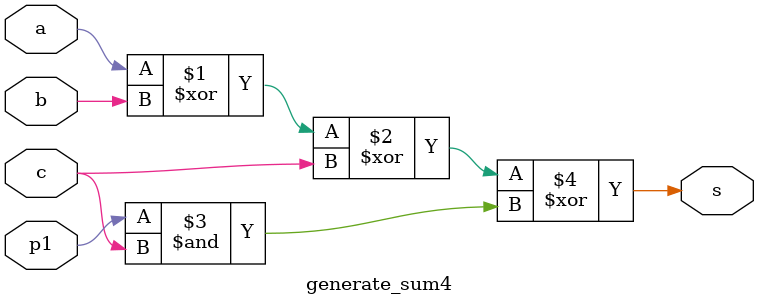
<source format=v>
module car_look(
  input [3:0] a,
  input [3:0] b,
  input cin,
  output [4:0] sum
);

  wire [3:0] c;

  // Generate carry lookahead signals
  generate_carry_lookahead4 cla(a, b, c);

  // Generate the sum bits
  generate_sum4 sgen1(a[0], b[0], cin, c[0], sum[0]);
  generate_sum4 sgen2(a[1], b[1], c[0], c[1], sum[1]);
  generate_sum4 sgen3(a[2], b[2], c[1], c[2], sum[2]);
  generate_sum4 sgen4(a[3], b[3], c[2], c[3], sum[3]);

  // Assign final carry-out
  assign sum[4] = c[3];

endmodule


// Generate Carry Lookahead Module
module generate_carry_lookahead4(
  input [3:0] a,
  input [3:0] b,
  output [3:0] c
);
  wire [3:0] g, p;

  // Generate and propagate signals
  genpropagate4 ppg1(a[0], b[0], p[0], g[0]);
  genpropagate4 ppg2(a[1], b[1], p[1], g[1]);
  genpropagate4 ppg3(a[2], b[2], p[2], g[2]);
  genpropagate4 ppg4(a[3], b[3], p[3], g[3]);

  // Carry generation equations
  assign c[0] = p[0] | (g[0] & c[0]);
  assign c[1] = p[1] | (g[1] & p[0]) | (g[1] & g[0] & c[0]);
  assign c[2] = p[2] | (g[2] & p[1]) | (g[2] & g[1] & p[0]) | (g[2] & g[1] & g[0] & c[0]);
  assign c[3] = p[3] | (g[3] & p[2]) | (g[3] & g[2] & p[1]) | (g[3] & g[2] & g[1] & p[0]) | (g[3] & g[2] & g[1] & g[0] & c[0]);

endmodule


// Generate and Propagate Module
module genpropagate4(
  input a,
  input b,
  output p,
  output g
);
  assign p = a | b;
  assign g = a & b;
endmodule


// Generate Sum Module
module generate_sum4(
  input a,
  input b,
  input c,
  input p1,
  output s
);
  assign s = a ^ b ^ c ^ (p1 & c);
endmodule


</source>
